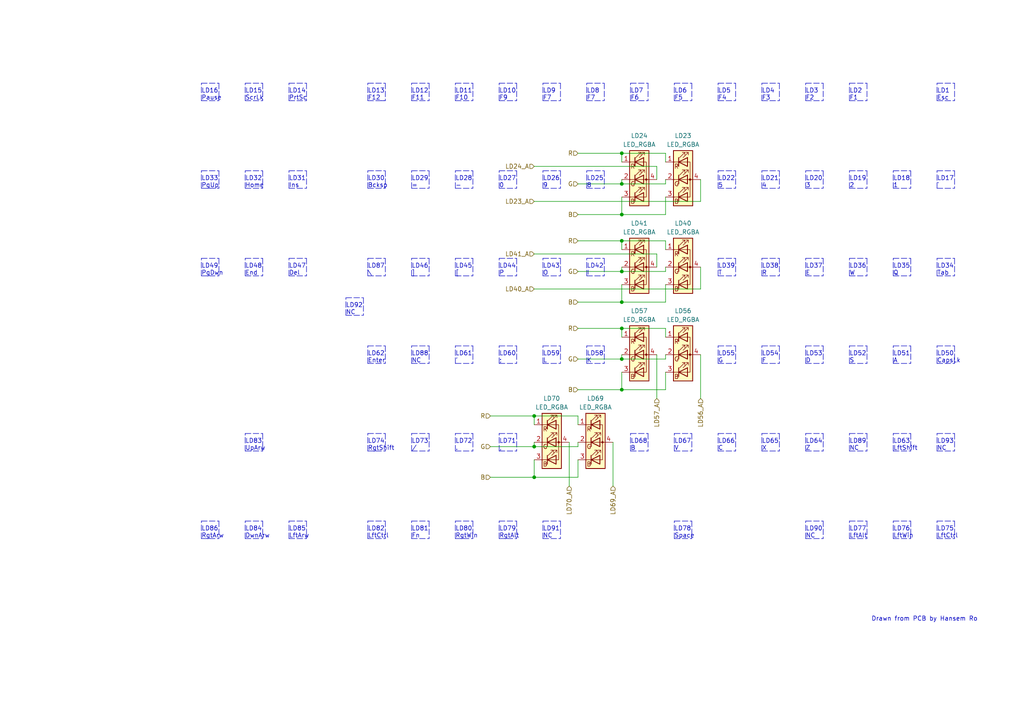
<source format=kicad_sch>
(kicad_sch (version 20211123) (generator eeschema)
  (paper "A4")
  (lib_symbols
    (symbol "Device:LED_RGBA" (pin_names (offset 0) hide)
      (property "Reference" "D" (at 0 9.398 0))
      (property "Value" "LED_RGBA" (at 0 -8.89 0))
      (symbol "LED_RGBA_0_0"
        (text "B" (at -1.905 -6.35 0) (effects (font (size 1.27 1.27))))
        (text "G" (at -1.905 -1.27 0) (effects (font (size 1.27 1.27))))
        (text "R" (at -1.905 3.81 0) (effects (font (size 1.27 1.27))))
      )
      (symbol "LED_RGBA_0_1"
        (polyline (pts (xy -1.27 -5.08) (xy -2.54 -5.08)))
        (polyline (pts (xy -1.27 -5.08) (xy 1.27 -5.08)))
        (polyline (pts (xy -1.27 -3.81) (xy -1.27 -6.35)) (stroke (width 0.254)))
        (polyline (pts (xy -1.27 0) (xy -2.54 0)))
        (polyline (pts (xy -1.27 1.27) (xy -1.27 -1.27)) (stroke (width 0.254)))
        (polyline (pts (xy -1.27 5.08) (xy -2.54 5.08)))
        (polyline (pts (xy -1.27 5.08) (xy 1.27 5.08)))
        (polyline (pts (xy -1.27 6.35) (xy -1.27 3.81)) (stroke (width 0.254)))
        (polyline (pts (xy 1.27 0) (xy -1.27 0)))
        (polyline (pts (xy 1.27 0) (xy 2.54 0)))
        (polyline (pts (xy -1.27 1.27) (xy -1.27 -1.27) (xy -1.27 -1.27)))
        (polyline (pts (xy -1.27 6.35) (xy -1.27 3.81) (xy -1.27 3.81)))
        (polyline (pts (xy 1.27 -5.08) (xy 2.032 -5.08) (xy 2.032 5.08) (xy 1.27 5.08)))
        (polyline (pts (xy 1.27 -3.81) (xy 1.27 -6.35) (xy -1.27 -5.08) (xy 1.27 -3.81)) (stroke (width 0.254)))
        (polyline (pts (xy 1.27 1.27) (xy 1.27 -1.27) (xy -1.27 0) (xy 1.27 1.27)) (stroke (width 0.254)))
        (polyline (pts (xy 1.27 6.35) (xy 1.27 3.81) (xy -1.27 5.08) (xy 1.27 6.35)) (stroke (width 0.254)))
        (polyline (pts (xy -1.016 -3.81) (xy 0.508 -2.286) (xy -0.254 -2.286) (xy 0.508 -2.286) (xy 0.508 -3.048)))
        (polyline (pts (xy -1.016 1.27) (xy 0.508 2.794) (xy -0.254 2.794) (xy 0.508 2.794) (xy 0.508 2.032)))
        (polyline (pts (xy -1.016 6.35) (xy 0.508 7.874) (xy -0.254 7.874) (xy 0.508 7.874) (xy 0.508 7.112)))
        (polyline (pts (xy 0 -3.81) (xy 1.524 -2.286) (xy 0.762 -2.286) (xy 1.524 -2.286) (xy 1.524 -3.048)))
        (polyline (pts (xy 0 1.27) (xy 1.524 2.794) (xy 0.762 2.794) (xy 1.524 2.794) (xy 1.524 2.032)))
        (polyline (pts (xy 0 6.35) (xy 1.524 7.874) (xy 0.762 7.874) (xy 1.524 7.874) (xy 1.524 7.112)))
        (rectangle (start 1.27 -1.27) (end 1.27 1.27))
        (rectangle (start 1.27 1.27) (end 1.27 1.27))
        (rectangle (start 1.27 3.81) (end 1.27 6.35))
        (rectangle (start 1.27 6.35) (end 1.27 6.35))
        (circle (center 2.032 0) (radius 0.254) (fill (type outline)))
        (rectangle (start 2.794 8.382) (end -2.794 -7.62) (stroke (width 0.254)) (fill (type background)))
      )
      (symbol "LED_RGBA_1_1"
        (pin passive line (at -5.08 5.08 0) (length 2.54) (name "RK") (number "1"))
        (pin passive line (at -5.08 0 0) (length 2.54) (name "GK") (number "2"))
        (pin passive line (at -5.08 -5.08 0) (length 2.54) (name "BK") (number "3"))
        (pin passive line (at 5.08 0 180) (length 2.54) (name "A") (number "4"))
      )
    )
  )
  (junction (at 180.34 113.03))
  (junction (at 180.34 78.74))
  (junction (at 180.34 87.63))
  (junction (at 180.34 104.14))
  (junction (at 180.34 95.25))
  (junction (at 154.94 129.54))
  (junction (at 180.34 53.34))
  (junction (at 180.34 69.85))
  (junction (at 154.94 120.65))
  (junction (at 180.34 62.23))
  (junction (at 154.94 138.43))
  (junction (at 180.34 44.45))
  (polyline (pts (xy 119.38 29.21) (xy 119.38 24.13)))
  (polyline (pts (xy 170.18 54.61) (xy 175.26 54.61)))
  (polyline (pts (xy 271.78 49.53) (xy 276.86 49.53)))
  (polyline (pts (xy 157.48 105.41) (xy 162.56 105.41)))
  (polyline (pts (xy 106.68 74.93) (xy 111.76 74.93)))
  (polyline (pts (xy 157.48 156.21) (xy 157.48 151.13)))
  (polyline (pts (xy 63.5 74.93) (xy 63.5 80.01)))
  (polyline (pts (xy 208.28 80.01) (xy 213.36 80.01)))
  (polyline (pts (xy 58.42 80.01) (xy 58.42 74.93)))
  (polyline (pts (xy 271.78 156.21) (xy 271.78 151.13)))
  (polyline (pts (xy 119.38 151.13) (xy 124.46 151.13)))
  (polyline (pts (xy 76.2 24.13) (xy 76.2 29.21)))
  (polyline (pts (xy 144.78 24.13) (xy 149.86 24.13)))
  (polyline (pts (xy 106.68 54.61) (xy 111.76 54.61)))
  (polyline (pts (xy 238.76 74.93) (xy 238.76 80.01)))
  (wire (pts (xy 180.34 95.25) (xy 180.34 97.79)))
  (wire (pts (xy 142.24 138.43) (xy 154.94 138.43)))
  (wire (pts (xy 154.94 83.82) (xy 203.2 83.82)))
  (polyline (pts (xy 220.98 29.21) (xy 220.98 24.13)))
  (polyline (pts (xy 182.88 125.73) (xy 187.96 125.73)))
  (polyline (pts (xy 182.88 130.81) (xy 187.96 130.81)))
  (wire (pts (xy 180.34 78.74) (xy 193.04 78.74)))
  (polyline (pts (xy 175.26 49.53) (xy 175.26 54.61)))
  (wire (pts (xy 203.2 77.47) (xy 203.2 83.82)))
  (polyline (pts (xy 124.46 24.13) (xy 124.46 29.21)))
  (wire (pts (xy 180.34 69.85) (xy 193.04 69.85)))
  (wire (pts (xy 180.34 53.34) (xy 193.04 53.34)))
  (polyline (pts (xy 246.38 125.73) (xy 251.46 125.73)))
  (polyline (pts (xy 157.48 100.33) (xy 162.56 100.33)))
  (polyline (pts (xy 105.41 86.36) (xy 105.41 91.44)))
  (polyline (pts (xy 58.42 54.61) (xy 58.42 49.53)))
  (wire (pts (xy 177.8 128.27) (xy 177.8 140.97)))
  (polyline (pts (xy 213.36 49.53) (xy 213.36 54.61)))
  (wire (pts (xy 180.34 102.87) (xy 180.34 104.14)))
  (polyline (pts (xy 137.16 74.93) (xy 137.16 80.01)))
  (wire (pts (xy 190.5 77.47) (xy 190.5 73.66)))
  (polyline (pts (xy 220.98 130.81) (xy 226.06 130.81)))
  (polyline (pts (xy 132.08 151.13) (xy 137.16 151.13)))
  (polyline (pts (xy 58.42 151.13) (xy 63.5 151.13)))
  (polyline (pts (xy 246.38 80.01) (xy 246.38 74.93)))
  (polyline (pts (xy 226.06 100.33) (xy 226.06 105.41)))
  (polyline (pts (xy 251.46 151.13) (xy 251.46 156.21)))
  (polyline (pts (xy 111.76 100.33) (xy 111.76 105.41)))
  (polyline (pts (xy 71.12 130.81) (xy 76.2 130.81)))
  (polyline (pts (xy 149.86 100.33) (xy 149.86 105.41)))
  (polyline (pts (xy 83.82 74.93) (xy 88.9 74.93)))
  (polyline (pts (xy 271.78 125.73) (xy 276.86 125.73)))
  (polyline (pts (xy 144.78 80.01) (xy 149.86 80.01)))
  (polyline (pts (xy 259.08 80.01) (xy 264.16 80.01)))
  (polyline (pts (xy 88.9 24.13) (xy 88.9 29.21)))
  (polyline (pts (xy 149.86 24.13) (xy 149.86 29.21)))
  (polyline (pts (xy 213.36 24.13) (xy 213.36 29.21)))
  (polyline (pts (xy 246.38 105.41) (xy 251.46 105.41)))
  (polyline (pts (xy 233.68 105.41) (xy 233.68 100.33)))
  (polyline (pts (xy 271.78 105.41) (xy 271.78 100.33)))
  (polyline (pts (xy 220.98 80.01) (xy 220.98 74.93)))
  (wire (pts (xy 142.24 129.54) (xy 154.94 129.54)))
  (polyline (pts (xy 119.38 74.93) (xy 124.46 74.93)))
  (polyline (pts (xy 246.38 151.13) (xy 251.46 151.13)))
  (polyline (pts (xy 170.18 105.41) (xy 175.26 105.41)))
  (polyline (pts (xy 233.68 80.01) (xy 238.76 80.01)))
  (wire (pts (xy 180.34 57.15) (xy 180.34 62.23)))
  (polyline (pts (xy 233.68 49.53) (xy 238.76 49.53)))
  (polyline (pts (xy 83.82 156.21) (xy 88.9 156.21)))
  (wire (pts (xy 203.2 52.07) (xy 203.2 58.42)))
  (polyline (pts (xy 157.48 54.61) (xy 157.48 49.53)))
  (polyline (pts (xy 63.5 24.13) (xy 63.5 29.21)))
  (polyline (pts (xy 238.76 49.53) (xy 238.76 54.61)))
  (polyline (pts (xy 106.68 80.01) (xy 106.68 74.93)))
  (polyline (pts (xy 195.58 151.13) (xy 200.66 151.13)))
  (polyline (pts (xy 246.38 49.53) (xy 251.46 49.53)))
  (polyline (pts (xy 111.76 125.73) (xy 111.76 130.81)))
  (polyline (pts (xy 58.42 29.21) (xy 63.5 29.21)))
  (polyline (pts (xy 106.68 49.53) (xy 111.76 49.53)))
  (wire (pts (xy 154.94 120.65) (xy 167.64 120.65)))
  (polyline (pts (xy 106.68 24.13) (xy 111.76 24.13)))
  (polyline (pts (xy 233.68 80.01) (xy 233.68 74.93)))
  (polyline (pts (xy 259.08 130.81) (xy 264.16 130.81)))
  (polyline (pts (xy 233.68 74.93) (xy 238.76 74.93)))
  (polyline (pts (xy 83.82 80.01) (xy 83.82 74.93)))
  (wire (pts (xy 190.5 52.07) (xy 190.5 48.26)))
  (polyline (pts (xy 208.28 49.53) (xy 213.36 49.53)))
  (wire (pts (xy 180.34 113.03) (xy 193.04 113.03)))
  (wire (pts (xy 180.34 107.95) (xy 180.34 113.03)))
  (polyline (pts (xy 58.42 54.61) (xy 63.5 54.61)))
  (wire (pts (xy 193.04 53.34) (xy 193.04 52.07)))
  (polyline (pts (xy 271.78 29.21) (xy 271.78 24.13)))
  (polyline (pts (xy 106.68 29.21) (xy 106.68 24.13)))
  (polyline (pts (xy 271.78 80.01) (xy 276.86 80.01)))
  (polyline (pts (xy 220.98 100.33) (xy 226.06 100.33)))
  (polyline (pts (xy 88.9 49.53) (xy 88.9 54.61)))
  (polyline (pts (xy 208.28 105.41) (xy 213.36 105.41)))
  (polyline (pts (xy 220.98 49.53) (xy 226.06 49.53)))
  (polyline (pts (xy 271.78 29.21) (xy 276.86 29.21)))
  (polyline (pts (xy 88.9 151.13) (xy 88.9 156.21)))
  (polyline (pts (xy 144.78 105.41) (xy 149.86 105.41)))
  (wire (pts (xy 193.04 87.63) (xy 193.04 82.55)))
  (polyline (pts (xy 238.76 151.13) (xy 238.76 156.21)))
  (polyline (pts (xy 71.12 54.61) (xy 71.12 49.53)))
  (polyline (pts (xy 208.28 54.61) (xy 208.28 49.53)))
  (polyline (pts (xy 213.36 100.33) (xy 213.36 105.41)))
  (polyline (pts (xy 271.78 156.21) (xy 276.86 156.21)))
  (polyline (pts (xy 83.82 29.21) (xy 83.82 24.13)))
  (polyline (pts (xy 208.28 100.33) (xy 213.36 100.33)))
  (polyline (pts (xy 83.82 29.21) (xy 88.9 29.21)))
  (polyline (pts (xy 170.18 80.01) (xy 170.18 74.93)))
  (polyline (pts (xy 276.86 49.53) (xy 276.86 54.61)))
  (polyline (pts (xy 208.28 130.81) (xy 208.28 125.73)))
  (polyline (pts (xy 106.68 125.73) (xy 111.76 125.73)))
  (polyline (pts (xy 251.46 100.33) (xy 251.46 105.41)))
  (wire (pts (xy 193.04 78.74) (xy 193.04 77.47)))
  (polyline (pts (xy 137.16 24.13) (xy 137.16 29.21)))
  (polyline (pts (xy 149.86 125.73) (xy 149.86 130.81)))
  (polyline (pts (xy 71.12 49.53) (xy 76.2 49.53)))
  (wire (pts (xy 180.34 69.85) (xy 180.34 72.39)))
  (polyline (pts (xy 208.28 125.73) (xy 213.36 125.73)))
  (polyline (pts (xy 144.78 130.81) (xy 149.86 130.81)))
  (polyline (pts (xy 157.48 24.13) (xy 162.56 24.13)))
  (polyline (pts (xy 182.88 29.21) (xy 187.96 29.21)))
  (polyline (pts (xy 132.08 29.21) (xy 132.08 24.13)))
  (polyline (pts (xy 58.42 156.21) (xy 63.5 156.21)))
  (polyline (pts (xy 71.12 29.21) (xy 71.12 24.13)))
  (polyline (pts (xy 246.38 130.81) (xy 251.46 130.81)))
  (polyline (pts (xy 124.46 74.93) (xy 124.46 80.01)))
  (polyline (pts (xy 200.66 151.13) (xy 200.66 156.21)))
  (polyline (pts (xy 271.78 54.61) (xy 271.78 49.53)))
  (polyline (pts (xy 170.18 74.93) (xy 175.26 74.93)))
  (polyline (pts (xy 271.78 130.81) (xy 271.78 125.73)))
  (polyline (pts (xy 83.82 80.01) (xy 88.9 80.01)))
  (polyline (pts (xy 233.68 100.33) (xy 238.76 100.33)))
  (polyline (pts (xy 259.08 74.93) (xy 264.16 74.93)))
  (polyline (pts (xy 63.5 49.53) (xy 63.5 54.61)))
  (polyline (pts (xy 187.96 24.13) (xy 187.96 29.21)))
  (wire (pts (xy 180.34 44.45) (xy 193.04 44.45)))
  (wire (pts (xy 167.64 44.45) (xy 180.34 44.45)))
  (polyline (pts (xy 71.12 80.01) (xy 76.2 80.01)))
  (wire (pts (xy 193.04 113.03) (xy 193.04 107.95)))
  (polyline (pts (xy 149.86 151.13) (xy 149.86 156.21)))
  (wire (pts (xy 167.64 104.14) (xy 180.34 104.14)))
  (polyline (pts (xy 83.82 49.53) (xy 88.9 49.53)))
  (polyline (pts (xy 271.78 151.13) (xy 276.86 151.13)))
  (polyline (pts (xy 213.36 74.93) (xy 213.36 80.01)))
  (polyline (pts (xy 170.18 24.13) (xy 175.26 24.13)))
  (polyline (pts (xy 246.38 156.21) (xy 246.38 151.13)))
  (polyline (pts (xy 208.28 24.13) (xy 213.36 24.13)))
  (wire (pts (xy 180.34 52.07) (xy 180.34 53.34)))
  (polyline (pts (xy 233.68 24.13) (xy 238.76 24.13)))
  (polyline (pts (xy 246.38 29.21) (xy 246.38 24.13)))
  (polyline (pts (xy 132.08 24.13) (xy 137.16 24.13)))
  (polyline (pts (xy 132.08 74.93) (xy 137.16 74.93)))
  (polyline (pts (xy 259.08 156.21) (xy 259.08 151.13)))
  (wire (pts (xy 180.34 95.25) (xy 193.04 95.25)))
  (polyline (pts (xy 220.98 80.01) (xy 226.06 80.01)))
  (polyline (pts (xy 83.82 54.61) (xy 83.82 49.53)))
  (polyline (pts (xy 157.48 151.13) (xy 162.56 151.13)))
  (polyline (pts (xy 106.68 29.21) (xy 111.76 29.21)))
  (polyline (pts (xy 137.16 49.53) (xy 137.16 54.61)))
  (wire (pts (xy 154.94 48.26) (xy 190.5 48.26)))
  (polyline (pts (xy 259.08 105.41) (xy 264.16 105.41)))
  (polyline (pts (xy 144.78 29.21) (xy 149.86 29.21)))
  (polyline (pts (xy 111.76 29.21) (xy 110.49 29.21)))
  (polyline (pts (xy 233.68 156.21) (xy 238.76 156.21)))
  (polyline (pts (xy 119.38 156.21) (xy 124.46 156.21)))
  (polyline (pts (xy 132.08 130.81) (xy 137.16 130.81)))
  (wire (pts (xy 203.2 102.87) (xy 203.2 115.57)))
  (wire (pts (xy 154.94 120.65) (xy 154.94 123.19)))
  (polyline (pts (xy 71.12 24.13) (xy 76.2 24.13)))
  (polyline (pts (xy 200.66 125.73) (xy 200.66 130.81)))
  (polyline (pts (xy 271.78 74.93) (xy 276.86 74.93)))
  (polyline (pts (xy 137.16 100.33) (xy 137.16 105.41)))
  (polyline (pts (xy 58.42 156.21) (xy 58.42 151.13)))
  (polyline (pts (xy 246.38 24.13) (xy 251.46 24.13)))
  (polyline (pts (xy 259.08 100.33) (xy 264.16 100.33)))
  (polyline (pts (xy 259.08 54.61) (xy 259.08 49.53)))
  (wire (pts (xy 167.64 138.43) (xy 167.64 133.35)))
  (polyline (pts (xy 233.68 130.81) (xy 238.76 130.81)))
  (polyline (pts (xy 132.08 156.21) (xy 137.16 156.21)))
  (polyline (pts (xy 144.78 125.73) (xy 149.86 125.73)))
  (wire (pts (xy 154.94 58.42) (xy 203.2 58.42)))
  (polyline (pts (xy 111.76 74.93) (xy 111.76 80.01)))
  (polyline (pts (xy 162.56 49.53) (xy 162.56 54.61)))
  (polyline (pts (xy 132.08 130.81) (xy 132.08 125.73)))
  (polyline (pts (xy 220.98 105.41) (xy 226.06 105.41)))
  (wire (pts (xy 154.94 133.35) (xy 154.94 138.43)))
  (polyline (pts (xy 170.18 29.21) (xy 175.26 29.21)))
  (polyline (pts (xy 271.78 54.61) (xy 276.86 54.61)))
  (polyline (pts (xy 175.26 74.93) (xy 175.26 80.01)))
  (polyline (pts (xy 276.86 24.13) (xy 276.86 29.21)))
  (polyline (pts (xy 226.06 125.73) (xy 226.06 130.81)))
  (polyline (pts (xy 132.08 49.53) (xy 137.16 49.53)))
  (polyline (pts (xy 182.88 130.81) (xy 182.88 125.73)))
  (polyline (pts (xy 195.58 24.13) (xy 200.66 24.13)))
  (polyline (pts (xy 106.68 130.81) (xy 106.68 125.73)))
  (polyline (pts (xy 71.12 80.01) (xy 71.12 74.93)))
  (polyline (pts (xy 162.56 100.33) (xy 162.56 105.41)))
  (polyline (pts (xy 170.18 54.61) (xy 170.18 49.53)))
  (polyline (pts (xy 233.68 156.21) (xy 233.68 151.13)))
  (wire (pts (xy 165.1 128.27) (xy 165.1 140.97)))
  (polyline (pts (xy 58.42 80.01) (xy 63.5 80.01)))
  (polyline (pts (xy 276.86 74.93) (xy 276.86 80.01)))
  (polyline (pts (xy 106.68 80.01) (xy 111.76 80.01)))
  (polyline (pts (xy 144.78 54.61) (xy 144.78 49.53)))
  (polyline (pts (xy 195.58 29.21) (xy 195.58 24.13)))
  (wire (pts (xy 167.64 113.03) (xy 180.34 113.03)))
  (polyline (pts (xy 83.82 151.13) (xy 88.9 151.13)))
  (wire (pts (xy 167.64 87.63) (xy 180.34 87.63)))
  (polyline (pts (xy 246.38 29.21) (xy 251.46 29.21)))
  (polyline (pts (xy 246.38 54.61) (xy 251.46 54.61)))
  (polyline (pts (xy 271.78 130.81) (xy 276.86 130.81)))
  (polyline (pts (xy 259.08 49.53) (xy 264.16 49.53)))
  (polyline (pts (xy 119.38 156.21) (xy 119.38 151.13)))
  (wire (pts (xy 142.24 120.65) (xy 154.94 120.65)))
  (polyline (pts (xy 276.86 125.73) (xy 276.86 130.81)))
  (polyline (pts (xy 220.98 130.81) (xy 220.98 125.73)))
  (polyline (pts (xy 144.78 156.21) (xy 149.86 156.21)))
  (polyline (pts (xy 132.08 105.41) (xy 132.08 100.33)))
  (polyline (pts (xy 233.68 29.21) (xy 233.68 24.13)))
  (polyline (pts (xy 71.12 156.21) (xy 76.2 156.21)))
  (polyline (pts (xy 106.68 156.21) (xy 111.76 156.21)))
  (wire (pts (xy 193.04 46.99) (xy 193.04 44.45)))
  (polyline (pts (xy 124.46 100.33) (xy 124.46 105.41)))
  (polyline (pts (xy 195.58 29.21) (xy 200.66 29.21)))
  (polyline (pts (xy 76.2 125.73) (xy 76.2 130.81)))
  (wire (pts (xy 180.34 82.55) (xy 180.34 87.63)))
  (polyline (pts (xy 271.78 100.33) (xy 276.86 100.33)))
  (polyline (pts (xy 246.38 74.93) (xy 251.46 74.93)))
  (wire (pts (xy 154.94 128.27) (xy 154.94 129.54)))
  (polyline (pts (xy 246.38 54.61) (xy 246.38 49.53)))
  (polyline (pts (xy 106.68 130.81) (xy 111.76 130.81)))
  (polyline (pts (xy 124.46 151.13) (xy 124.46 156.21)))
  (polyline (pts (xy 100.33 91.44) (xy 105.41 91.44)))
  (polyline (pts (xy 213.36 125.73) (xy 213.36 130.81)))
  (polyline (pts (xy 208.28 80.01) (xy 208.28 74.93)))
  (polyline (pts (xy 76.2 74.93) (xy 76.2 80.01)))
  (wire (pts (xy 193.04 62.23) (xy 193.04 57.15)))
  (polyline (pts (xy 144.78 29.21) (xy 144.78 24.13)))
  (polyline (pts (xy 111.76 49.53) (xy 111.76 54.61)))
  (polyline (pts (xy 111.76 151.13) (xy 111.76 156.21)))
  (polyline (pts (xy 264.16 125.73) (xy 264.16 130.81)))
  (polyline (pts (xy 149.86 49.53) (xy 149.86 54.61)))
  (polyline (pts (xy 144.78 130.81) (xy 144.78 125.73)))
  (polyline (pts (xy 251.46 74.93) (xy 251.46 80.01)))
  (polyline (pts (xy 238.76 24.13) (xy 238.76 29.21)))
  (polyline (pts (xy 220.98 125.73) (xy 226.06 125.73)))
  (polyline (pts (xy 246.38 105.41) (xy 246.38 100.33)))
  (polyline (pts (xy 251.46 49.53) (xy 251.46 54.61)))
  (polyline (pts (xy 157.48 74.93) (xy 162.56 74.93)))
  (polyline (pts (xy 106.68 54.61) (xy 106.68 49.53)))
  (polyline (pts (xy 195.58 156.21) (xy 200.66 156.21)))
  (polyline (pts (xy 100.33 86.36) (xy 105.41 86.36)))
  (wire (pts (xy 180.34 104.14) (xy 193.04 104.14)))
  (polyline (pts (xy 226.06 74.93) (xy 226.06 80.01)))
  (polyline (pts (xy 119.38 54.61) (xy 124.46 54.61)))
  (polyline (pts (xy 157.48 29.21) (xy 157.48 24.13)))
  (polyline (pts (xy 132.08 80.01) (xy 137.16 80.01)))
  (polyline (pts (xy 259.08 156.21) (xy 264.16 156.21)))
  (polyline (pts (xy 246.38 130.81) (xy 246.38 125.73)))
  (polyline (pts (xy 162.56 74.93) (xy 162.56 80.01)))
  (polyline (pts (xy 132.08 54.61) (xy 137.16 54.61)))
  (polyline (pts (xy 137.16 151.13) (xy 137.16 156.21)))
  (polyline (pts (xy 175.26 24.13) (xy 175.26 29.21)))
  (polyline (pts (xy 106.68 151.13) (xy 111.76 151.13)))
  (polyline (pts (xy 76.2 49.53) (xy 76.2 54.61)))
  (polyline (pts (xy 226.06 24.13) (xy 226.06 29.21)))
  (polyline (pts (xy 58.42 24.13) (xy 63.5 24.13)))
  (wire (pts (xy 193.04 97.79) (xy 193.04 95.25)))
  (polyline (pts (xy 58.42 49.53) (xy 63.5 49.53)))
  (polyline (pts (xy 276.86 100.33) (xy 276.86 105.41)))
  (polyline (pts (xy 58.42 29.21) (xy 58.42 24.13)))
  (polyline (pts (xy 182.88 29.21) (xy 182.88 24.13)))
  (polyline (pts (xy 226.06 49.53) (xy 226.06 54.61)))
  (polyline (pts (xy 208.28 54.61) (xy 213.36 54.61)))
  (polyline (pts (xy 157.48 49.53) (xy 162.56 49.53)))
  (polyline (pts (xy 157.48 105.41) (xy 157.48 100.33)))
  (polyline (pts (xy 106.68 105.41) (xy 111.76 105.41)))
  (polyline (pts (xy 119.38 24.13) (xy 124.46 24.13)))
  (polyline (pts (xy 182.88 24.13) (xy 187.96 24.13)))
  (polyline (pts (xy 132.08 80.01) (xy 132.08 74.93)))
  (polyline (pts (xy 119.38 54.61) (xy 119.38 49.53)))
  (polyline (pts (xy 264.16 74.93) (xy 264.16 80.01)))
  (polyline (pts (xy 119.38 130.81) (xy 124.46 130.81)))
  (wire (pts (xy 180.34 87.63) (xy 193.04 87.63)))
  (polyline (pts (xy 71.12 151.13) (xy 76.2 151.13)))
  (polyline (pts (xy 119.38 130.81) (xy 119.38 125.73)))
  (polyline (pts (xy 144.78 100.33) (xy 149.86 100.33)))
  (wire (pts (xy 154.94 138.43) (xy 167.64 138.43)))
  (wire (pts (xy 154.94 73.66) (xy 190.5 73.66)))
  (polyline (pts (xy 276.86 151.13) (xy 276.86 156.21)))
  (polyline (pts (xy 71.12 74.93) (xy 76.2 74.93)))
  (polyline (pts (xy 259.08 54.61) (xy 264.16 54.61)))
  (wire (pts (xy 167.64 129.54) (xy 167.64 128.27)))
  (polyline (pts (xy 220.98 54.61) (xy 226.06 54.61)))
  (polyline (pts (xy 119.38 105.41) (xy 119.38 100.33)))
  (polyline (pts (xy 144.78 156.21) (xy 144.78 151.13)))
  (polyline (pts (xy 63.5 151.13) (xy 63.5 156.21)))
  (wire (pts (xy 180.34 44.45) (xy 180.34 46.99)))
  (polyline (pts (xy 259.08 105.41) (xy 259.08 100.33)))
  (polyline (pts (xy 246.38 100.33) (xy 251.46 100.33)))
  (polyline (pts (xy 220.98 105.41) (xy 220.98 100.33)))
  (polyline (pts (xy 144.78 151.13) (xy 149.86 151.13)))
  (polyline (pts (xy 157.48 80.01) (xy 157.48 74.93)))
  (polyline (pts (xy 144.78 74.93) (xy 149.86 74.93)))
  (polyline (pts (xy 119.38 49.53) (xy 124.46 49.53)))
  (polyline (pts (xy 233.68 54.61) (xy 238.76 54.61)))
  (polyline (pts (xy 233.68 105.41) (xy 238.76 105.41)))
  (polyline (pts (xy 259.08 125.73) (xy 264.16 125.73)))
  (polyline (pts (xy 124.46 125.73) (xy 124.46 130.81)))
  (polyline (pts (xy 238.76 100.33) (xy 238.76 105.41)))
  (polyline (pts (xy 220.98 74.93) (xy 226.06 74.93)))
  (polyline (pts (xy 208.28 130.81) (xy 213.36 130.81)))
  (polyline (pts (xy 132.08 54.61) (xy 132.08 49.53)))
  (polyline (pts (xy 124.46 49.53) (xy 124.46 54.61)))
  (polyline (pts (xy 271.78 80.01) (xy 271.78 74.93)))
  (polyline (pts (xy 144.78 105.41) (xy 144.78 100.33)))
  (polyline (pts (xy 251.46 125.73) (xy 251.46 130.81)))
  (polyline (pts (xy 119.38 29.21) (xy 124.46 29.21)))
  (polyline (pts (xy 132.08 125.73) (xy 137.16 125.73)))
  (polyline (pts (xy 137.16 125.73) (xy 137.16 130.81)))
  (polyline (pts (xy 195.58 156.21) (xy 195.58 151.13)))
  (polyline (pts (xy 187.96 125.73) (xy 187.96 130.81)))
  (wire (pts (xy 180.34 77.47) (xy 180.34 78.74)))
  (wire (pts (xy 167.64 62.23) (xy 180.34 62.23)))
  (polyline (pts (xy 157.48 156.21) (xy 162.56 156.21)))
  (wire (pts (xy 167.64 69.85) (xy 180.34 69.85)))
  (polyline (pts (xy 259.08 80.01) (xy 259.08 74.93)))
  (polyline (pts (xy 144.78 54.61) (xy 149.86 54.61)))
  (polyline (pts (xy 208.28 105.41) (xy 208.28 100.33)))
  (polyline (pts (xy 71.12 130.81) (xy 71.12 125.73)))
  (wire (pts (xy 167.64 123.19) (xy 167.64 120.65)))
  (polyline (pts (xy 195.58 125.73) (xy 200.66 125.73)))
  (polyline (pts (xy 271.78 24.13) (xy 276.86 24.13)))
  (wire (pts (xy 190.5 102.87) (xy 190.5 115.57)))
  (polyline (pts (xy 132.08 100.33) (xy 137.16 100.33)))
  (polyline (pts (xy 271.78 105.41) (xy 276.86 105.41)))
  (polyline (pts (xy 208.28 74.93) (xy 213.36 74.93)))
  (polyline (pts (xy 83.82 24.13) (xy 88.9 24.13)))
  (polyline (pts (xy 100.33 91.44) (xy 100.33 86.36)))
  (wire (pts (xy 167.64 53.34) (xy 180.34 53.34)))
  (wire (pts (xy 154.94 129.54) (xy 167.64 129.54)))
  (polyline (pts (xy 111.76 24.13) (xy 111.76 29.21)))
  (polyline (pts (xy 144.78 80.01) (xy 144.78 74.93)))
  (polyline (pts (xy 233.68 130.81) (xy 233.68 125.73)))
  (polyline (pts (xy 71.12 54.61) (xy 76.2 54.61)))
  (wire (pts (xy 167.64 78.74) (xy 180.34 78.74)))
  (polyline (pts (xy 170.18 105.41) (xy 170.18 100.33)))
  (polyline (pts (xy 200.66 24.13) (xy 200.66 29.21)))
  (polyline (pts (xy 157.48 54.61) (xy 162.56 54.61)))
  (wire (pts (xy 193.04 104.14) (xy 193.04 102.87)))
  (polyline (pts (xy 157.48 29.21) (xy 162.56 29.21)))
  (polyline (pts (xy 157.48 80.01) (xy 162.56 80.01)))
  (polyline (pts (xy 170.18 100.33) (xy 175.26 100.33)))
  (polyline (pts (xy 162.56 24.13) (xy 162.56 29.21)))
  (polyline (pts (xy 195.58 130.81) (xy 195.58 125.73)))
  (polyline (pts (xy 208.28 29.21) (xy 213.36 29.21)))
  (wire (pts (xy 193.04 72.39) (xy 193.04 69.85)))
  (polyline (pts (xy 162.56 151.13) (xy 162.56 156.21)))
  (polyline (pts (xy 246.38 80.01) (xy 251.46 80.01)))
  (polyline (pts (xy 132.08 105.41) (xy 137.16 105.41)))
  (polyline (pts (xy 71.12 125.73) (xy 76.2 125.73)))
  (polyline (pts (xy 106.68 156.21) (xy 106.68 151.13)))
  (polyline (pts (xy 144.78 49.53) (xy 149.86 49.53)))
  (polyline (pts (xy 119.38 80.01) (xy 124.46 80.01)))
  (polyline (pts (xy 170.18 49.53) (xy 175.26 49.53)))
  (polyline (pts (xy 195.58 130.81) (xy 200.66 130.81)))
  (polyline (pts (xy 233.68 125.73) (xy 238.76 125.73)))
  (polyline (pts (xy 170.18 29.21) (xy 170.18 24.13)))
  (polyline (pts (xy 88.9 74.93) (xy 88.9 80.01)))
  (polyline (pts (xy 58.42 74.93) (xy 63.5 74.93)))
  (polyline (pts (xy 106.68 100.33) (xy 111.76 100.33)))
  (polyline (pts (xy 119.38 105.41) (xy 124.46 105.41)))
  (polyline (pts (xy 175.26 100.33) (xy 175.26 105.41)))
  (wire (pts (xy 167.64 95.25) (xy 180.34 95.25)))
  (polyline (pts (xy 71.12 29.21) (xy 76.2 29.21)))
  (polyline (pts (xy 170.18 80.01) (xy 175.26 80.01)))
  (polyline (pts (xy 132.08 156.21) (xy 132.08 151.13)))
  (polyline (pts (xy 246.38 156.21) (xy 251.46 156.21)))
  (polyline (pts (xy 233.68 151.13) (xy 238.76 151.13)))
  (polyline (pts (xy 238.76 125.73) (xy 238.76 130.81)))
  (polyline (pts (xy 220.98 29.21) (xy 226.06 29.21)))
  (polyline (pts (xy 119.38 100.33) (xy 124.46 100.33)))
  (polyline (pts (xy 264.16 100.33) (xy 264.16 105.41)))
  (polyline (pts (xy 71.12 156.21) (xy 71.12 151.13)))
  (polyline (pts (xy 251.46 24.13) (xy 251.46 29.21)))
  (polyline (pts (xy 220.98 24.13) (xy 226.06 24.13)))
  (polyline (pts (xy 259.08 130.81) (xy 259.08 125.73)))
  (polyline (pts (xy 264.16 151.13) (xy 264.16 156.21)))
  (polyline (pts (xy 259.08 151.13) (xy 264.16 151.13)))
  (polyline (pts (xy 83.82 156.21) (xy 83.82 151.13)))
  (polyline (pts (xy 76.2 151.13) (xy 76.2 156.21)))
  (polyline (pts (xy 220.98 54.61) (xy 220.98 49.53)))
  (polyline (pts (xy 106.68 105.41) (xy 106.68 100.33)))
  (polyline (pts (xy 119.38 125.73) (xy 124.46 125.73)))
  (wire (pts (xy 180.34 62.23) (xy 193.04 62.23)))
  (polyline (pts (xy 233.68 54.61) (xy 233.68 49.53)))
  (polyline (pts (xy 119.38 80.01) (xy 119.38 74.93)))
  (polyline (pts (xy 208.28 29.21) (xy 208.28 24.13)))
  (polyline (pts (xy 264.16 49.53) (xy 264.16 54.61)))
  (polyline (pts (xy 233.68 29.21) (xy 238.76 29.21)))
  (polyline (pts (xy 149.86 74.93) (xy 149.86 80.01)))
  (polyline (pts (xy 83.82 54.61) (xy 88.9 54.61)))
  (polyline (pts (xy 132.08 29.21) (xy 137.16 29.21)))
  (text "LD22\n5" (at 208.28 54.61 0) (effects (font (size 1.27 1.27)) (justify left bottom)))
  (text "LD82\nLftCtrl" (at 106.68 156.21 0) (effects (font (size 1.27 1.27)) (justify left bottom)))
  (text "LD14\nPrtSc" (at 83.82 29.21 0) (effects (font (size 1.27 1.27)) (justify left bottom)))
  (text "LD44\nP" (at 144.78 80.01 0) (effects (font (size 1.27 1.27)) (justify left bottom)))
  (text "LD88\nNC" (at 119.38 105.41 0) (effects (font (size 1.27 1.27)) (justify left bottom)))
  (text "LD89\nNC" (at 246.38 130.81 0) (effects (font (size 1.27 1.27)) (justify left bottom)))
  (text "LD93\nNC" (at 271.78 130.81 0) (effects (font (size 1.27 1.27)) (justify left bottom)))
  (text "LD21\n4" (at 220.98 54.61 0) (effects (font (size 1.27 1.27)) (justify left bottom)))
  (text "LD80\nRgtWin" (at 132.08 156.21 0) (effects (font (size 1.27 1.27)) (justify left bottom)))
  (text "LD59\nL" (at 157.48 105.41 0) (effects (font (size 1.27 1.27)) (justify left bottom)))
  (text "LD65\nX" (at 220.98 130.81 0) (effects (font (size 1.27 1.27)) (justify left bottom)))
  (text "LD55\nG" (at 208.28 105.41 0) (effects (font (size 1.27 1.27)) (justify left bottom)))
  (text "LD12\nF11" (at 119.38 29.21 0) (effects (font (size 1.27 1.27)) (justify left bottom)))
  (text "LD17\n`" (at 271.78 54.61 0) (effects (font (size 1.27 1.27)) (justify left bottom)))
  (text "LD13\nF12" (at 106.68 29.21 0) (effects (font (size 1.27 1.27)) (justify left bottom)))
  (text "LD26\n9" (at 157.48 54.61 0) (effects (font (size 1.27 1.27)) (justify left bottom)))
  (text "LD78\nSpace" (at 195.58 156.21 0) (effects (font (size 1.27 1.27)) (justify left bottom)))
  (text "LD9\nF7" (at 157.48 29.21 0) (effects (font (size 1.27 1.27)) (justify left bottom)))
  (text "LD91\nNC" (at 157.48 156.21 0) (effects (font (size 1.27 1.27)) (justify left bottom)))
  (text "LD8\nF7" (at 170.18 29.21 0) (effects (font (size 1.27 1.27)) (justify left bottom)))
  (text "LD72\n." (at 132.08 130.81 0) (effects (font (size 1.27 1.27)) (justify left bottom)))
  (text "LD73\n/" (at 119.38 130.81 0) (effects (font (size 1.27 1.27)) (justify left bottom)))
  (text "LD25\n8" (at 170.18 54.61 0) (effects (font (size 1.27 1.27)) (justify left bottom)))
  (text "LD35\nQ" (at 259.08 80.01 0) (effects (font (size 1.27 1.27)) (justify left bottom)))
  (text "LD38\nR" (at 220.98 80.01 0) (effects (font (size 1.27 1.27)) (justify left bottom)))
  (text "LD48\nEnd" (at 71.12 80.01 0) (effects (font (size 1.27 1.27)) (justify left bottom)))
  (text "LD66\nC" (at 208.28 130.81 0) (effects (font (size 1.27 1.27)) (justify left bottom)))
  (text "LD83\nUpArw" (at 71.12 130.81 0) (effects (font (size 1.27 1.27)) (justify left bottom)))
  (text "Drawn from PCB by Hansem Ro" (at 252.73 180.34 0) (effects (font (size 1.27 1.27)) (justify left bottom)))
  (text "LD36\nW" (at 246.38 80.01 0) (effects (font (size 1.27 1.27)) (justify left bottom)))
  (text "LD76\nLftWin" (at 259.08 156.21 0) (effects (font (size 1.27 1.27)) (justify left bottom)))
  (text "LD32\nHome" (at 71.12 54.61 0) (effects (font (size 1.27 1.27)) (justify left bottom)))
  (text "LD27\n0" (at 144.78 54.61 0) (effects (font (size 1.27 1.27)) (justify left bottom)))
  (text "LD2\nF1" (at 246.38 29.21 0) (effects (font (size 1.27 1.27)) (justify left bottom)))
  (text "LD39\nT" (at 208.28 80.01 0) (effects (font (size 1.27 1.27)) (justify left bottom)))
  (text "LD10\nF9" (at 144.78 29.21 0) (effects (font (size 1.27 1.27)) (justify left bottom)))
  (text "LD71\n," (at 144.78 130.81 0) (effects (font (size 1.27 1.27)) (justify left bottom)))
  (text "LD87\n\\" (at 106.68 80.01 0) (effects (font (size 1.27 1.27)) (justify left bottom)))
  (text "LD4\nF3" (at 220.98 29.21 0) (effects (font (size 1.27 1.27)) (justify left bottom)))
  (text "LD28\n-" (at 132.08 54.61 0) (effects (font (size 1.27 1.27)) (justify left bottom)))
  (text "LD11\nF10" (at 132.08 29.21 0) (effects (font (size 1.27 1.27)) (justify left bottom)))
  (text "LD61\n'" (at 132.08 105.41 0) (effects (font (size 1.27 1.27)) (justify left bottom)))
  (text "LD74\nRgtShift" (at 106.68 130.81 0) (effects (font (size 1.27 1.27)) (justify left bottom)))
  (text "LD6\nF5" (at 195.58 29.21 0) (effects (font (size 1.27 1.27)) (justify left bottom)))
  (text "LD53\nD" (at 233.68 105.41 0) (effects (font (size 1.27 1.27)) (justify left bottom)))
  (text "LD18\n1" (at 259.08 54.61 0) (effects (font (size 1.27 1.27)) (justify left bottom)))
  (text "LD86\nRgtArw" (at 58.42 156.21 0) (effects (font (size 1.27 1.27)) (justify left bottom)))
  (text "LD31\nIns" (at 83.82 54.61 0) (effects (font (size 1.27 1.27)) (justify left bottom)))
  (text "LD1\nEsc" (at 271.78 29.21 0) (effects (font (size 1.27 1.27)) (justify left bottom)))
  (text "LD51\nA" (at 259.08 105.41 0) (effects (font (size 1.27 1.27)) (justify left bottom)))
  (text "LD52\nS" (at 246.38 105.41 0) (effects (font (size 1.27 1.27)) (justify left bottom)))
  (text "LD19\n2" (at 246.38 54.61 0) (effects (font (size 1.27 1.27)) (justify left bottom)))
  (text "LD79\nRgtAlt" (at 144.78 156.21 0) (effects (font (size 1.27 1.27)) (justify left bottom)))
  (text "LD81\nFn" (at 119.38 156.21 0) (effects (font (size 1.27 1.27)) (justify left bottom)))
  (text "LD42\nI" (at 170.18 80.01 0) (effects (font (size 1.27 1.27)) (justify left bottom)))
  (text "LD64\nZ" (at 233.68 130.81 0) (effects (font (size 1.27 1.27)) (justify left bottom)))
  (text "LD37\nE" (at 233.68 80.01 0) (effects (font (size 1.27 1.27)) (justify left bottom)))
  (text "LD29\n=" (at 119.38 54.61 0) (effects (font (size 1.27 1.27)) (justify left bottom)))
  (text "LD50\nCapsLk" (at 271.78 105.41 0) (effects (font (size 1.27 1.27)) (justify left bottom)))
  (text "LD30\nBcksp" (at 106.68 54.61 0) (effects (font (size 1.27 1.27)) (justify left bottom)))
  (text "LD43\nO" (at 157.48 80.01 0) (effects (font (size 1.27 1.27)) (justify left bottom)))
  (text "LD67\nV" (at 195.58 130.81 0) (effects (font (size 1.27 1.27)) (justify left bottom)))
  (text "LD45\n[" (at 132.08 80.01 0) (effects (font (size 1.27 1.27)) (justify left bottom)))
  (text "LD47\nDel" (at 83.82 80.01 0) (effects (font (size 1.27 1.27)) (justify left bottom)))
  (text "LD33\nPgUp" (at 58.42 54.61 0) (effects (font (size 1.27 1.27)) (justify left bottom)))
  (text "LD15\nScrLk" (at 71.12 29.21 0) (effects (font (size 1.27 1.27)) (justify left bottom)))
  (text "LD63\nLftShift" (at 259.08 130.81 0) (effects (font (size 1.27 1.27)) (justify left bottom)))
  (text "LD49\nPgDwn" (at 58.42 80.01 0) (effects (font (size 1.27 1.27)) (justify left bottom)))
  (text "LD5\nF4" (at 208.28 29.21 0) (effects (font (size 1.27 1.27)) (justify left bottom)))
  (text "LD84\nDwnArw" (at 71.12 156.21 0) (effects (font (size 1.27 1.27)) (justify left bottom)))
  (text "LD90\nNC" (at 233.68 156.21 0) (effects (font (size 1.27 1.27)) (justify left bottom)))
  (text "LD85\nLftArw" (at 83.82 156.21 0) (effects (font (size 1.27 1.27)) (justify left bottom)))
  (text "LD92\nNC" (at 100.33 91.44 0) (effects (font (size 1.27 1.27)) (justify left bottom)))
  (text "LD46\n]" (at 119.38 80.01 0) (effects (font (size 1.27 1.27)) (justify left bottom)))
  (text "LD68\nB" (at 182.88 130.81 0) (effects (font (size 1.27 1.27)) (justify left bottom)))
  (text "LD54\nF" (at 220.98 105.41 0) (effects (font (size 1.27 1.27)) (justify left bottom)))
  (text "LD62\nEnter" (at 106.68 105.41 0) (effects (font (size 1.27 1.27)) (justify left bottom)))
  (text "LD75\nLftCtrl" (at 271.78 156.21 0) (effects (font (size 1.27 1.27)) (justify left bottom)))
  (text "LD3\nF2" (at 233.68 29.21 0) (effects (font (size 1.27 1.27)) (justify left bottom)))
  (text "LD16\nPause" (at 58.42 29.21 0) (effects (font (size 1.27 1.27)) (justify left bottom)))
  (text "LD7\nF6" (at 182.88 29.21 0) (effects (font (size 1.27 1.27)) (justify left bottom)))
  (text "LD60\n;" (at 144.78 105.41 0) (effects (font (size 1.27 1.27)) (justify left bottom)))
  (text "LD58\nK" (at 170.18 105.41 0) (effects (font (size 1.27 1.27)) (justify left bottom)))
  (text "LD34\nTab" (at 271.78 80.01 0) (effects (font (size 1.27 1.27)) (justify left bottom)))
  (text "LD20\n3" (at 233.68 54.61 0) (effects (font (size 1.27 1.27)) (justify left bottom)))
  (text "LD77\nLftAlt" (at 246.38 156.21 0) (effects (font (size 1.27 1.27)) (justify left bottom)))
  (hierarchical_label "G" (shape input) (at 167.64 78.74 180))
  (hierarchical_label "G" (shape input) (at 167.64 53.34 180))
  (hierarchical_label "G" (shape input) (at 142.24 129.54 180))
  (hierarchical_label "B" (shape input) (at 167.64 87.63 180))
  (hierarchical_label "R" (shape input) (at 142.24 120.65 180))
  (hierarchical_label "LD41_A" (shape input) (at 154.94 73.66 180))
  (hierarchical_label "R" (shape input) (at 167.64 44.45 180))
  (hierarchical_label "LD70_A" (shape input) (at 165.1 140.97 270))
  (hierarchical_label "B" (shape input) (at 142.24 138.43 180))
  (hierarchical_label "G" (shape input) (at 167.64 104.14 180))
  (hierarchical_label "LD57_A" (shape input) (at 190.5 115.57 270))
  (hierarchical_label "B" (shape input) (at 167.64 62.23 180))
  (hierarchical_label "LD69_A" (shape input) (at 177.8 140.97 270))
  (hierarchical_label "R" (shape input) (at 167.64 95.25 180))
  (hierarchical_label "LD40_A" (shape input) (at 154.94 83.82 180))
  (hierarchical_label "R" (shape input) (at 167.64 69.85 180))
  (hierarchical_label "B" (shape input) (at 167.64 113.03 180))
  (hierarchical_label "LD56_A" (shape input) (at 203.2 115.57 270))
  (hierarchical_label "LD24_A" (shape input) (at 154.94 48.26 180))
  (hierarchical_label "LD23_A" (shape input) (at 154.94 58.42 180))
  (symbol (lib_id "Device:LED_RGBA") (at 198.12 77.47 0) (unit 1)
    (property "Reference" "LD40" (at 198.12 64.77 0))
    (property "Value" "LED_RGBA" (at 198.12 67.31 0))
  )
  (symbol (lib_id "Device:LED_RGBA") (at 185.42 77.47 0) (unit 1)
    (property "Reference" "LD41" (at 185.42 64.77 0))
    (property "Value" "LED_RGBA" (at 185.42 67.31 0))
  )
  (symbol (lib_id "Device:LED_RGBA") (at 198.12 52.07 0) (unit 1)
    (property "Reference" "LD23" (at 198.12 39.37 0))
    (property "Value" "LED_RGBA" (at 198.12 41.91 0))
  )
  (symbol (lib_id "Device:LED_RGBA") (at 185.42 102.87 0) (unit 1)
    (property "Reference" "LD57" (at 185.42 90.17 0))
    (property "Value" "LED_RGBA" (at 185.42 92.71 0))
  )
  (symbol (lib_id "Device:LED_RGBA") (at 172.72 128.27 0) (unit 1)
    (property "Reference" "LD69" (at 172.72 115.57 0))
    (property "Value" "LED_RGBA" (at 172.72 118.11 0))
  )
  (symbol (lib_id "Device:LED_RGBA") (at 160.02 128.27 0) (unit 1)
    (property "Reference" "LD70" (at 160.02 115.57 0))
    (property "Value" "LED_RGBA" (at 160.02 118.11 0))
  )
  (symbol (lib_id "Device:LED_RGBA") (at 185.42 52.07 0) (unit 1)
    (property "Reference" "LD24" (at 185.42 39.37 0))
    (property "Value" "LED_RGBA" (at 185.42 41.91 0))
  )
  (symbol (lib_id "Device:LED_RGBA") (at 198.12 102.87 0) (unit 1)
    (property "Reference" "LD56" (at 198.12 90.17 0))
    (property "Value" "LED_RGBA" (at 198.12 92.71 0))
  )
)
</source>
